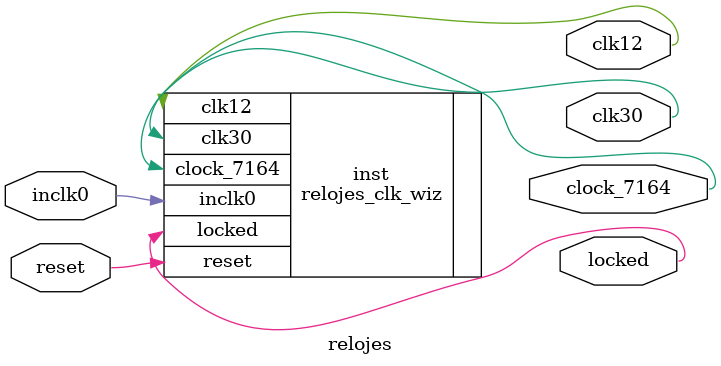
<source format=v>


`timescale 1ps/1ps

(* CORE_GENERATION_INFO = "relojes,clk_wiz_v6_0_2_0_0,{component_name=relojes,use_phase_alignment=true,use_min_o_jitter=false,use_max_i_jitter=false,use_dyn_phase_shift=false,use_inclk_switchover=false,use_dyn_reconfig=false,enable_axi=0,feedback_source=FDBK_AUTO,PRIMITIVE=MMCM,num_out_clk=3,clkin1_period=20.000,clkin2_period=10.0,use_power_down=false,use_reset=true,use_locked=true,use_inclk_stopped=false,feedback_type=SINGLE,CLOCK_MGR_TYPE=NA,manual_override=false}" *)

module relojes 
 (
  // Clock out ports
  output        clock_7164,
  output        clk12,
  output        clk30,
  // Status and control signals
  input         reset,
  output        locked,
 // Clock in ports
  input         inclk0
 );

  relojes_clk_wiz inst
  (
  // Clock out ports  
  .clock_7164(clock_7164),
  .clk12(clk12),
  .clk30(clk30),
  // Status and control signals               
  .reset(reset), 
  .locked(locked),
 // Clock in ports
  .inclk0(inclk0)
  );

endmodule

</source>
